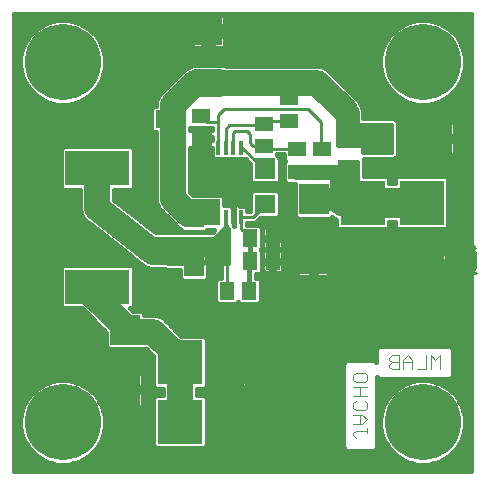
<source format=gbr>
G75*
G70*
%OFA0B0*%
%FSLAX24Y24*%
%IPPOS*%
%LPD*%
%AMOC8*
5,1,8,0,0,1.08239X$1,22.5*
%
%ADD10R,0.1083X0.0886*%
%ADD11C,0.0040*%
%ADD12R,0.0138X0.0472*%
%ADD13R,0.0984X0.1004*%
%ADD14R,0.0512X0.0591*%
%ADD15R,0.0591X0.0512*%
%ADD16R,0.1004X0.0984*%
%ADD17R,0.0945X0.0945*%
%ADD18R,0.2165X0.1181*%
%ADD19R,0.1500X0.1500*%
%ADD20C,0.2540*%
%ADD21R,0.0710X0.0630*%
%ADD22R,0.0669X0.0709*%
%ADD23R,0.1000X0.0500*%
%ADD24R,0.0650X0.0650*%
%ADD25C,0.0860*%
%ADD26C,0.0160*%
%ADD27C,0.0100*%
%ADD28C,0.0500*%
%ADD29C,0.0240*%
%ADD30C,0.0400*%
%ADD31C,0.0278*%
%ADD32C,0.0320*%
%ADD33C,0.0357*%
%ADD34C,0.0760*%
%ADD35C,0.1000*%
D10*
X007151Y012635D03*
D11*
X012211Y007276D02*
X012517Y007276D01*
X012594Y007199D01*
X012594Y007045D01*
X012517Y006969D01*
X012211Y006969D01*
X012134Y007045D01*
X012134Y007199D01*
X012211Y007276D01*
X012134Y006815D02*
X012594Y006815D01*
X012364Y006815D02*
X012364Y006508D01*
X012517Y006355D02*
X012594Y006278D01*
X012594Y006125D01*
X012517Y006048D01*
X012211Y006048D01*
X012134Y006125D01*
X012134Y006278D01*
X012211Y006355D01*
X012134Y006508D02*
X012594Y006508D01*
X012441Y005894D02*
X012134Y005894D01*
X012364Y005894D02*
X012364Y005587D01*
X012441Y005587D02*
X012594Y005741D01*
X012441Y005894D01*
X012441Y005587D02*
X012134Y005587D01*
X012211Y005357D02*
X012594Y005357D01*
X012594Y005281D02*
X012594Y005434D01*
X012211Y005357D02*
X012134Y005281D01*
X012134Y005204D01*
X012211Y005127D01*
X013415Y007401D02*
X013338Y007478D01*
X013338Y007555D01*
X013415Y007632D01*
X013645Y007632D01*
X013798Y007632D02*
X014105Y007632D01*
X014105Y007708D02*
X013952Y007862D01*
X013798Y007708D01*
X013798Y007401D01*
X013645Y007401D02*
X013415Y007401D01*
X013645Y007401D02*
X013645Y007862D01*
X013415Y007862D01*
X013338Y007785D01*
X013338Y007708D01*
X013415Y007632D01*
X014105Y007708D02*
X014105Y007401D01*
X014259Y007401D02*
X014566Y007401D01*
X014566Y007862D01*
X014719Y007862D02*
X014719Y007401D01*
X014872Y007708D02*
X014719Y007862D01*
X014872Y007708D02*
X015026Y007862D01*
X015026Y007401D01*
D12*
X008395Y012478D03*
X008139Y012478D03*
X007883Y012478D03*
X007628Y012478D03*
X007628Y014781D03*
X007883Y014781D03*
X008139Y014781D03*
X008395Y014781D03*
D13*
X010811Y013065D03*
X010811Y011076D03*
X004539Y008706D03*
X004539Y006718D03*
D14*
X007925Y010015D03*
X008673Y010015D03*
X008696Y011000D03*
X009444Y011000D03*
X009444Y011771D03*
X008696Y011771D03*
X005783Y015736D03*
X005035Y015736D03*
D15*
X007074Y015830D03*
X007074Y015082D03*
X009165Y014838D03*
X009165Y015586D03*
X009992Y015689D03*
X009992Y016437D03*
X010252Y014732D03*
X010252Y013984D03*
X011094Y013984D03*
X011094Y014732D03*
D16*
X012943Y015090D03*
X014931Y015090D03*
D17*
X007307Y016937D03*
X007307Y018669D03*
D18*
X003606Y014098D03*
X003606Y010161D03*
D19*
X006354Y007630D03*
X006354Y005661D03*
X008354Y005661D03*
X008354Y007630D03*
X012448Y010960D03*
X012448Y012960D03*
X014417Y012960D03*
X014417Y010960D03*
D20*
X014448Y005630D03*
X014448Y017630D03*
X002448Y017630D03*
X002448Y005630D03*
D21*
X009189Y012912D03*
X009189Y014032D03*
X011944Y014093D03*
X011944Y015213D03*
D22*
X006826Y012468D03*
X006826Y010854D03*
D23*
X009248Y017046D03*
X009248Y018671D03*
D24*
X009189Y014102D03*
D25*
X006925Y012586D02*
X006630Y012586D01*
X006137Y013078D01*
X006137Y016031D01*
X006137Y016228D01*
X006846Y016937D01*
X007307Y016937D01*
X009700Y016937D01*
X009878Y016937D01*
X010941Y016937D01*
X011846Y016031D01*
X006354Y011307D02*
X005468Y011307D01*
X003606Y012775D01*
X003606Y014098D01*
X003606Y010161D02*
X003570Y010126D01*
X003204Y010126D01*
X004580Y008750D01*
X004580Y008748D01*
X004539Y008706D01*
X004580Y008748D02*
X004582Y008748D01*
X004681Y008649D01*
X005468Y008649D01*
X006350Y007767D01*
X006354Y007630D01*
X006354Y005661D01*
D26*
X000828Y004010D02*
X000828Y019250D01*
X016068Y019250D01*
X016068Y004010D01*
X000828Y004010D01*
X000828Y004105D02*
X016068Y004105D01*
X016068Y004264D02*
X014798Y004264D01*
X014634Y004220D02*
X014993Y004316D01*
X015314Y004501D01*
X015577Y004764D01*
X015762Y005085D01*
X015858Y005444D01*
X015858Y005815D01*
X015762Y006174D01*
X015577Y006495D01*
X015314Y006758D01*
X014993Y006943D01*
X014634Y007040D01*
X014263Y007040D01*
X013904Y006943D01*
X013583Y006758D01*
X013320Y006495D01*
X013135Y006174D01*
X013038Y005815D01*
X013038Y005444D01*
X013135Y005085D01*
X013320Y004764D01*
X013583Y004501D01*
X013904Y004316D01*
X014263Y004220D01*
X014634Y004220D01*
X014099Y004264D02*
X002798Y004264D01*
X002634Y004220D02*
X002993Y004316D01*
X003314Y004501D01*
X003577Y004764D01*
X003762Y005085D01*
X003858Y005444D01*
X003858Y005815D01*
X003762Y006174D01*
X003577Y006495D01*
X003314Y006758D01*
X002993Y006943D01*
X002634Y007040D01*
X002263Y007040D01*
X001904Y006943D01*
X001583Y006758D01*
X001320Y006495D01*
X001135Y006174D01*
X001038Y005815D01*
X001038Y005444D01*
X001135Y005085D01*
X001320Y004764D01*
X001583Y004501D01*
X001904Y004316D01*
X002263Y004220D01*
X002634Y004220D01*
X003177Y004422D02*
X013720Y004422D01*
X013503Y004581D02*
X003393Y004581D01*
X003552Y004739D02*
X011829Y004739D01*
X011830Y004736D02*
X011842Y004722D01*
X011855Y004709D01*
X011869Y004697D01*
X011885Y004688D01*
X011902Y004681D01*
X011920Y004677D01*
X011938Y004674D01*
X012790Y004674D01*
X012808Y004677D01*
X012826Y004681D01*
X012842Y004688D01*
X012858Y004697D01*
X012873Y004709D01*
X012886Y004722D01*
X012897Y004736D01*
X012906Y004752D01*
X012913Y004769D01*
X012918Y004787D01*
X012920Y004805D01*
X012920Y007138D01*
X012921Y007137D01*
X012932Y007122D01*
X012945Y007109D01*
X012960Y007098D01*
X012976Y007089D01*
X012993Y007082D01*
X013010Y007077D01*
X013028Y007075D01*
X015331Y007075D01*
X015349Y007077D01*
X015366Y007082D01*
X015383Y007089D01*
X015399Y007098D01*
X015414Y007109D01*
X015427Y007122D01*
X015438Y007137D01*
X015447Y007153D01*
X015454Y007170D01*
X015459Y007187D01*
X015461Y007206D01*
X015461Y008057D01*
X015459Y008076D01*
X015454Y008093D01*
X015447Y008110D01*
X015438Y008126D01*
X015427Y008141D01*
X015414Y008154D01*
X015399Y008165D01*
X015383Y008174D01*
X015366Y008181D01*
X015349Y008186D01*
X015331Y008188D01*
X013028Y008188D01*
X013010Y008186D01*
X012993Y008181D01*
X012976Y008174D01*
X012960Y008165D01*
X012945Y008154D01*
X012932Y008141D01*
X012921Y008126D01*
X012912Y008110D01*
X012905Y008093D01*
X012900Y008076D01*
X012898Y008057D01*
X012898Y007653D01*
X012897Y007654D01*
X012886Y007668D01*
X012873Y007681D01*
X012858Y007692D01*
X012842Y007702D01*
X012826Y007709D01*
X012808Y007713D01*
X012790Y007716D01*
X011938Y007716D01*
X011920Y007713D01*
X011902Y007709D01*
X011885Y007702D01*
X011869Y007692D01*
X011855Y007681D01*
X011842Y007668D01*
X011830Y007654D01*
X011821Y007638D01*
X011814Y007621D01*
X011810Y007603D01*
X011807Y007585D01*
X011807Y004805D01*
X011810Y004787D01*
X011814Y004769D01*
X011821Y004752D01*
X011830Y004736D01*
X011807Y004898D02*
X009184Y004898D01*
X009184Y004895D02*
X009184Y005613D01*
X008402Y005613D01*
X008402Y005709D01*
X009184Y005709D01*
X009184Y006427D01*
X009172Y006456D01*
X009149Y006479D01*
X009120Y006491D01*
X008402Y006491D01*
X008402Y005709D01*
X008306Y005709D01*
X008306Y006491D01*
X007588Y006491D01*
X007559Y006479D01*
X007536Y006456D01*
X007524Y006427D01*
X007524Y005709D01*
X008306Y005709D01*
X008306Y005613D01*
X008402Y005613D01*
X008402Y004831D01*
X009120Y004831D01*
X009149Y004843D01*
X009172Y004866D01*
X009184Y004895D01*
X009184Y005056D02*
X011807Y005056D01*
X011807Y005215D02*
X009184Y005215D01*
X009184Y005373D02*
X011807Y005373D01*
X011807Y005532D02*
X009184Y005532D01*
X009184Y005849D02*
X011807Y005849D01*
X011807Y006007D02*
X009184Y006007D01*
X009184Y006166D02*
X011807Y006166D01*
X011807Y006324D02*
X009184Y006324D01*
X009140Y006483D02*
X011807Y006483D01*
X011807Y006641D02*
X006924Y006641D01*
X006924Y006551D02*
X006924Y006740D01*
X007162Y006740D01*
X007244Y006822D01*
X007244Y008438D01*
X007162Y008520D01*
X006404Y008520D01*
X005951Y008972D01*
X005791Y009132D01*
X005581Y009219D01*
X005171Y009219D01*
X005171Y009266D01*
X005089Y009348D01*
X004788Y009348D01*
X004706Y009430D01*
X004747Y009430D01*
X004829Y009512D01*
X004829Y010810D01*
X004747Y010892D01*
X002465Y010892D01*
X002383Y010810D01*
X002383Y009512D01*
X002465Y009430D01*
X003093Y009430D01*
X003907Y008617D01*
X003907Y008146D01*
X003989Y008064D01*
X005089Y008064D01*
X005104Y008079D01*
X005232Y008079D01*
X005464Y007847D01*
X005464Y006822D01*
X005546Y006740D01*
X005784Y006740D01*
X005784Y006551D01*
X005546Y006551D01*
X005464Y006469D01*
X005464Y004853D01*
X005546Y004771D01*
X007162Y004771D01*
X007244Y004853D01*
X007244Y006469D01*
X007162Y006551D01*
X006924Y006551D01*
X007230Y006483D02*
X007568Y006483D01*
X007524Y006324D02*
X007244Y006324D01*
X007244Y006166D02*
X007524Y006166D01*
X007524Y006007D02*
X007244Y006007D01*
X007244Y005849D02*
X007524Y005849D01*
X007524Y005613D02*
X007524Y004895D01*
X007536Y004866D01*
X007559Y004843D01*
X007588Y004831D01*
X008306Y004831D01*
X008306Y005613D01*
X007524Y005613D01*
X007524Y005532D02*
X007244Y005532D01*
X007244Y005690D02*
X008306Y005690D01*
X008402Y005690D02*
X011807Y005690D01*
X011807Y006800D02*
X009120Y006800D01*
X009149Y006812D01*
X009172Y006834D01*
X009184Y006864D01*
X009184Y007582D01*
X008402Y007582D01*
X008402Y007677D01*
X009184Y007677D01*
X009184Y008395D01*
X009172Y008425D01*
X009149Y008447D01*
X009120Y008460D01*
X008402Y008460D01*
X008402Y007677D01*
X008306Y007677D01*
X008306Y007582D01*
X007524Y007582D01*
X007524Y006864D01*
X007536Y006834D01*
X007559Y006812D01*
X007588Y006800D01*
X007222Y006800D01*
X007244Y006958D02*
X007524Y006958D01*
X007524Y007117D02*
X007244Y007117D01*
X007244Y007275D02*
X007524Y007275D01*
X007524Y007434D02*
X007244Y007434D01*
X007244Y007592D02*
X008306Y007592D01*
X008306Y007582D02*
X008402Y007582D01*
X008402Y006800D01*
X008306Y006800D01*
X008306Y007582D01*
X008306Y007677D02*
X007524Y007677D01*
X007524Y008395D01*
X007536Y008425D01*
X007559Y008447D01*
X007588Y008460D01*
X008306Y008460D01*
X008306Y007677D01*
X008306Y007751D02*
X008402Y007751D01*
X008402Y007909D02*
X008306Y007909D01*
X008306Y008068D02*
X008402Y008068D01*
X008402Y008226D02*
X008306Y008226D01*
X008306Y008385D02*
X008402Y008385D01*
X008402Y007592D02*
X011808Y007592D01*
X011807Y007434D02*
X009184Y007434D01*
X009184Y007275D02*
X011807Y007275D01*
X011807Y007117D02*
X009184Y007117D01*
X009184Y006958D02*
X011807Y006958D01*
X012920Y006958D02*
X013959Y006958D01*
X013655Y006800D02*
X012920Y006800D01*
X012920Y006641D02*
X013466Y006641D01*
X013313Y006483D02*
X012920Y006483D01*
X012920Y006324D02*
X013221Y006324D01*
X013132Y006166D02*
X012920Y006166D01*
X012920Y006007D02*
X013090Y006007D01*
X013047Y005849D02*
X012920Y005849D01*
X012920Y005690D02*
X013038Y005690D01*
X013038Y005532D02*
X012920Y005532D01*
X012920Y005373D02*
X013057Y005373D01*
X013100Y005215D02*
X012920Y005215D01*
X012920Y005056D02*
X013151Y005056D01*
X013243Y004898D02*
X012920Y004898D01*
X012899Y004739D02*
X013345Y004739D01*
X015177Y004422D02*
X016068Y004422D01*
X016068Y004581D02*
X015393Y004581D01*
X015552Y004739D02*
X016068Y004739D01*
X016068Y004898D02*
X015654Y004898D01*
X015745Y005056D02*
X016068Y005056D01*
X016068Y005215D02*
X015797Y005215D01*
X015839Y005373D02*
X016068Y005373D01*
X016068Y005532D02*
X015858Y005532D01*
X015858Y005690D02*
X016068Y005690D01*
X016068Y005849D02*
X015849Y005849D01*
X015807Y006007D02*
X016068Y006007D01*
X016068Y006166D02*
X015765Y006166D01*
X015676Y006324D02*
X016068Y006324D01*
X016068Y006483D02*
X015584Y006483D01*
X015431Y006641D02*
X016068Y006641D01*
X016068Y006800D02*
X015242Y006800D01*
X015421Y007117D02*
X016068Y007117D01*
X016068Y007275D02*
X015461Y007275D01*
X015461Y007434D02*
X016068Y007434D01*
X016068Y007592D02*
X015461Y007592D01*
X015461Y007751D02*
X016068Y007751D01*
X016068Y007909D02*
X015461Y007909D01*
X015460Y008068D02*
X016068Y008068D01*
X016068Y008226D02*
X009184Y008226D01*
X009184Y008068D02*
X012899Y008068D01*
X012898Y007909D02*
X009184Y007909D01*
X009184Y007751D02*
X012898Y007751D01*
X012920Y007117D02*
X012938Y007117D01*
X014938Y006958D02*
X016068Y006958D01*
X016068Y008385D02*
X009184Y008385D01*
X008402Y007434D02*
X008306Y007434D01*
X008306Y007275D02*
X008402Y007275D01*
X008402Y007117D02*
X008306Y007117D01*
X008306Y006958D02*
X008402Y006958D01*
X008402Y006800D02*
X009120Y006800D01*
X008402Y006483D02*
X008306Y006483D01*
X008306Y006324D02*
X008402Y006324D01*
X008402Y006166D02*
X008306Y006166D01*
X008306Y006007D02*
X008402Y006007D01*
X008402Y005849D02*
X008306Y005849D01*
X008306Y005532D02*
X008402Y005532D01*
X008402Y005373D02*
X008306Y005373D01*
X008306Y005215D02*
X008402Y005215D01*
X008402Y005056D02*
X008306Y005056D01*
X008306Y004898D02*
X008402Y004898D01*
X007524Y004898D02*
X007244Y004898D01*
X007244Y005056D02*
X007524Y005056D01*
X007524Y005215D02*
X007244Y005215D01*
X007244Y005373D02*
X007524Y005373D01*
X007588Y006800D02*
X008306Y006800D01*
X007524Y007751D02*
X007244Y007751D01*
X007244Y007909D02*
X007524Y007909D01*
X007524Y008068D02*
X007244Y008068D01*
X007244Y008226D02*
X007524Y008226D01*
X007524Y008385D02*
X007244Y008385D01*
X006380Y008543D02*
X016068Y008543D01*
X016068Y008702D02*
X006222Y008702D01*
X006063Y008860D02*
X016068Y008860D01*
X016068Y009019D02*
X005905Y009019D01*
X005683Y009177D02*
X016068Y009177D01*
X016068Y009336D02*
X005102Y009336D01*
X004810Y009494D02*
X016068Y009494D01*
X016068Y009653D02*
X009059Y009653D01*
X009069Y009662D02*
X009069Y010369D01*
X008987Y010451D01*
X008893Y010451D01*
X008893Y010564D01*
X009010Y010564D01*
X009092Y010646D01*
X009092Y011353D01*
X009060Y011385D01*
X009092Y011418D01*
X009092Y012125D01*
X009010Y012207D01*
X008604Y012207D01*
X008604Y012288D01*
X008864Y012288D01*
X009033Y012457D01*
X009601Y012457D01*
X009684Y012539D01*
X009684Y013285D01*
X009601Y013367D01*
X008776Y013367D01*
X008694Y013285D01*
X008694Y012668D01*
X008604Y012668D01*
X008604Y012772D01*
X008522Y012854D01*
X008375Y012854D01*
X008375Y013120D01*
X008246Y013249D01*
X008064Y013249D01*
X007935Y013120D01*
X007935Y012875D01*
X007833Y012875D01*
X007833Y013136D01*
X007751Y013218D01*
X006804Y013218D01*
X006707Y013314D01*
X006707Y014791D01*
X006711Y014781D01*
X006734Y014759D01*
X006763Y014746D01*
X007026Y014746D01*
X007026Y015034D01*
X007122Y015034D01*
X007122Y014746D01*
X007386Y014746D01*
X007415Y014759D01*
X007419Y014762D01*
X007419Y014487D01*
X007501Y014405D01*
X007754Y014405D01*
X007756Y014406D01*
X007757Y014405D01*
X008010Y014405D01*
X008011Y014406D01*
X008012Y014405D01*
X008266Y014405D01*
X008267Y014406D01*
X008268Y014405D01*
X008522Y014405D01*
X008535Y014417D01*
X008694Y014258D01*
X008694Y013659D01*
X008776Y013577D01*
X009601Y013577D01*
X009684Y013659D01*
X009684Y014405D01*
X009654Y014435D01*
X009654Y014485D01*
X009600Y014538D01*
X009600Y014562D01*
X009816Y014562D01*
X009816Y014418D01*
X009876Y014358D01*
X009816Y014298D01*
X009816Y013670D01*
X009898Y013588D01*
X010179Y013588D01*
X010179Y012505D01*
X010261Y012423D01*
X011361Y012423D01*
X011413Y012475D01*
X011446Y012440D01*
X011453Y012437D01*
X011458Y012431D01*
X011558Y012390D01*
X011558Y012152D01*
X011640Y012070D01*
X013256Y012070D01*
X013338Y012152D01*
X013338Y012320D01*
X013527Y012320D01*
X013527Y012152D01*
X013609Y012070D01*
X015225Y012070D01*
X015307Y012152D01*
X015307Y013768D01*
X015225Y013850D01*
X013609Y013850D01*
X013527Y013768D01*
X013527Y013600D01*
X013338Y013600D01*
X013338Y013768D01*
X013256Y013850D01*
X012479Y013850D01*
X012479Y014414D01*
X013500Y014414D01*
X013611Y014525D01*
X013611Y015667D01*
X013500Y015778D01*
X012464Y015778D01*
X012464Y016036D01*
X012385Y016227D01*
X012379Y016233D01*
X012329Y016354D01*
X011263Y017420D01*
X011054Y017507D01*
X007880Y017507D01*
X007837Y017549D01*
X006776Y017549D01*
X006734Y017507D01*
X006733Y017507D01*
X006523Y017420D01*
X005815Y016711D01*
X005654Y016551D01*
X005567Y016341D01*
X005567Y016171D01*
X005469Y016171D01*
X005387Y016089D01*
X005387Y015383D01*
X005469Y015301D01*
X005567Y015301D01*
X005567Y012965D01*
X005654Y012755D01*
X006146Y012263D01*
X006307Y012103D01*
X006352Y012084D01*
X006352Y012056D01*
X006434Y011974D01*
X007219Y011974D01*
X007298Y012053D01*
X007500Y012053D01*
X007473Y012025D01*
X007473Y011969D01*
X005549Y011969D01*
X004176Y013052D01*
X004176Y013367D01*
X004747Y013367D01*
X004829Y013449D01*
X004829Y014747D01*
X004747Y014829D01*
X002465Y014829D01*
X002383Y014747D01*
X002383Y013449D01*
X002465Y013367D01*
X003036Y013367D01*
X003036Y012854D01*
X003027Y012821D01*
X003036Y012742D01*
X003036Y012662D01*
X003049Y012630D01*
X003053Y012596D01*
X003092Y012526D01*
X003123Y012452D01*
X003147Y012428D01*
X003164Y012398D01*
X003227Y012348D01*
X003283Y012292D01*
X003315Y012279D01*
X005089Y010880D01*
X005145Y010823D01*
X005177Y010810D01*
X005204Y010789D01*
X005281Y010767D01*
X005355Y010737D01*
X005389Y010737D01*
X005422Y010727D01*
X005502Y010737D01*
X005848Y010737D01*
X005862Y010723D01*
X006352Y010723D01*
X006352Y010442D01*
X006434Y010360D01*
X007219Y010360D01*
X007301Y010442D01*
X007301Y010821D01*
X007594Y010821D01*
X007705Y010933D01*
X007719Y010946D01*
X007719Y010834D01*
X007735Y010819D01*
X007735Y010451D01*
X007611Y010451D01*
X007529Y010369D01*
X007529Y009662D01*
X007611Y009580D01*
X008239Y009580D01*
X008299Y009640D01*
X008359Y009580D01*
X008987Y009580D01*
X009069Y009662D01*
X009069Y009811D02*
X016068Y009811D01*
X016068Y009970D02*
X009069Y009970D01*
X009069Y010128D02*
X016068Y010128D01*
X016068Y010287D02*
X015247Y010287D01*
X015247Y010194D02*
X015247Y010912D01*
X014465Y010912D01*
X014465Y010130D01*
X015183Y010130D01*
X015212Y010142D01*
X015235Y010165D01*
X015247Y010194D01*
X015247Y010445D02*
X016068Y010445D01*
X016068Y010604D02*
X015247Y010604D01*
X015247Y010762D02*
X016068Y010762D01*
X016068Y010921D02*
X014465Y010921D01*
X014465Y010912D02*
X014465Y011008D01*
X015247Y011008D01*
X015247Y011726D01*
X015235Y011756D01*
X015212Y011778D01*
X015183Y011790D01*
X014465Y011790D01*
X014465Y011008D01*
X014369Y011008D01*
X014369Y010912D01*
X014465Y010912D01*
X014369Y010912D02*
X014369Y010130D01*
X013651Y010130D01*
X013622Y010142D01*
X013599Y010165D01*
X013587Y010194D01*
X013587Y010912D01*
X014369Y010912D01*
X014369Y010921D02*
X012496Y010921D01*
X012496Y010912D02*
X012496Y011008D01*
X012400Y011008D01*
X012400Y010912D01*
X011618Y010912D01*
X011618Y010194D01*
X011631Y010165D01*
X011653Y010142D01*
X011683Y010130D01*
X012400Y010130D01*
X012400Y010912D01*
X012496Y010912D01*
X012496Y010130D01*
X013214Y010130D01*
X013244Y010142D01*
X013266Y010165D01*
X013278Y010194D01*
X013278Y010912D01*
X012496Y010912D01*
X012400Y010921D02*
X011383Y010921D01*
X011383Y010996D02*
X011383Y010558D01*
X011371Y010529D01*
X011348Y010507D01*
X011319Y010494D01*
X010891Y010494D01*
X010891Y010996D01*
X010891Y011156D01*
X011383Y011156D01*
X011383Y011594D01*
X011371Y011624D01*
X011348Y011646D01*
X011319Y011658D01*
X010891Y011658D01*
X010891Y011156D01*
X010731Y011156D01*
X010731Y010996D01*
X010891Y010996D01*
X011383Y010996D01*
X011383Y010762D02*
X011618Y010762D01*
X011618Y010604D02*
X011383Y010604D01*
X011618Y010445D02*
X008992Y010445D01*
X009050Y010604D02*
X010239Y010604D01*
X010239Y010558D02*
X010251Y010529D01*
X010273Y010507D01*
X010303Y010494D01*
X010731Y010494D01*
X010731Y010996D01*
X010239Y010996D01*
X010239Y010558D01*
X010239Y010762D02*
X009780Y010762D01*
X009780Y010688D02*
X009780Y010952D01*
X009492Y010952D01*
X009492Y010624D01*
X009716Y010624D01*
X009746Y010637D01*
X009768Y010659D01*
X009780Y010688D01*
X009780Y010921D02*
X010239Y010921D01*
X010239Y011156D02*
X010239Y011594D01*
X010251Y011624D01*
X010273Y011646D01*
X010303Y011658D01*
X010731Y011658D01*
X010731Y011156D01*
X010239Y011156D01*
X010239Y011238D02*
X009780Y011238D01*
X009780Y011311D02*
X009768Y011340D01*
X009746Y011363D01*
X009716Y011375D01*
X009492Y011375D01*
X009492Y011048D01*
X009397Y011048D01*
X009397Y011375D01*
X009173Y011375D01*
X009143Y011363D01*
X009121Y011340D01*
X009109Y011311D01*
X009109Y011048D01*
X009397Y011048D01*
X009397Y010952D01*
X009492Y010952D01*
X009492Y011048D01*
X009780Y011048D01*
X009780Y011311D01*
X009746Y011408D02*
X009768Y011431D01*
X009780Y011460D01*
X009780Y011723D01*
X009492Y011723D01*
X009492Y011396D01*
X009716Y011396D01*
X009746Y011408D01*
X009716Y011396D02*
X010239Y011396D01*
X010239Y011555D02*
X009780Y011555D01*
X009780Y011713D02*
X011618Y011713D01*
X011618Y011726D02*
X011618Y011008D01*
X012400Y011008D01*
X012400Y011790D01*
X011683Y011790D01*
X011653Y011778D01*
X011631Y011756D01*
X011618Y011726D01*
X011618Y011555D02*
X011383Y011555D01*
X011383Y011396D02*
X011618Y011396D01*
X011618Y011238D02*
X011383Y011238D01*
X011618Y011079D02*
X010891Y011079D01*
X010891Y010921D02*
X010731Y010921D01*
X010731Y011079D02*
X009780Y011079D01*
X009492Y011079D02*
X009397Y011079D01*
X009397Y010952D02*
X009109Y010952D01*
X009109Y010688D01*
X009121Y010659D01*
X009143Y010637D01*
X009173Y010624D01*
X009397Y010624D01*
X009397Y010952D01*
X009397Y010921D02*
X009492Y010921D01*
X009492Y010762D02*
X009397Y010762D01*
X009109Y010762D02*
X009092Y010762D01*
X009092Y010921D02*
X009109Y010921D01*
X009092Y011079D02*
X009109Y011079D01*
X009092Y011238D02*
X009109Y011238D01*
X009070Y011396D02*
X009173Y011396D01*
X009397Y011396D01*
X009397Y011723D01*
X009492Y011723D01*
X009492Y011819D01*
X009397Y011819D01*
X009397Y012147D01*
X009173Y012147D01*
X009143Y012134D01*
X009121Y012112D01*
X009109Y012082D01*
X009109Y011819D01*
X009397Y011819D01*
X009397Y011723D01*
X009109Y011723D01*
X009109Y011460D01*
X009121Y011431D01*
X009143Y011408D01*
X009173Y011396D01*
X009109Y011555D02*
X009092Y011555D01*
X009092Y011713D02*
X009109Y011713D01*
X009092Y011872D02*
X009109Y011872D01*
X009092Y012030D02*
X009109Y012030D01*
X009028Y012189D02*
X011558Y012189D01*
X011558Y012347D02*
X008923Y012347D01*
X008694Y012823D02*
X008554Y012823D01*
X008694Y012981D02*
X008375Y012981D01*
X008356Y013140D02*
X008694Y013140D01*
X008707Y013298D02*
X006724Y013298D01*
X006707Y013457D02*
X010179Y013457D01*
X010179Y013298D02*
X009671Y013298D01*
X009684Y013140D02*
X010179Y013140D01*
X010179Y012981D02*
X009684Y012981D01*
X009684Y012823D02*
X010179Y012823D01*
X010179Y012664D02*
X009684Y012664D01*
X009650Y012506D02*
X010179Y012506D01*
X009768Y012112D02*
X009746Y012134D01*
X009716Y012147D01*
X009492Y012147D01*
X009492Y011819D01*
X009780Y011819D01*
X009780Y012082D01*
X009768Y012112D01*
X009780Y012030D02*
X016068Y012030D01*
X016068Y011872D02*
X009780Y011872D01*
X009492Y011872D02*
X009397Y011872D01*
X009397Y012030D02*
X009492Y012030D01*
X009492Y011713D02*
X009397Y011713D01*
X009397Y011555D02*
X009492Y011555D01*
X009492Y011396D02*
X009397Y011396D01*
X009397Y011238D02*
X009492Y011238D01*
X008696Y011000D02*
X008673Y010976D01*
X008673Y010015D01*
X009069Y010287D02*
X011618Y010287D01*
X012400Y010287D02*
X012496Y010287D01*
X012496Y010445D02*
X012400Y010445D01*
X012400Y010604D02*
X012496Y010604D01*
X012496Y010762D02*
X012400Y010762D01*
X012496Y011008D02*
X013278Y011008D01*
X013278Y011726D01*
X013266Y011756D01*
X013244Y011778D01*
X013214Y011790D01*
X012496Y011790D01*
X012496Y011008D01*
X012496Y011079D02*
X012400Y011079D01*
X012400Y011238D02*
X012496Y011238D01*
X012496Y011396D02*
X012400Y011396D01*
X012400Y011555D02*
X012496Y011555D01*
X012496Y011713D02*
X012400Y011713D01*
X013278Y011713D02*
X013587Y011713D01*
X013587Y011726D02*
X013587Y011008D01*
X014369Y011008D01*
X014369Y011790D01*
X013651Y011790D01*
X013622Y011778D01*
X013599Y011756D01*
X013587Y011726D01*
X013587Y011555D02*
X013278Y011555D01*
X013278Y011396D02*
X013587Y011396D01*
X013587Y011238D02*
X013278Y011238D01*
X013278Y011079D02*
X013587Y011079D01*
X013587Y010762D02*
X013278Y010762D01*
X013278Y010604D02*
X013587Y010604D01*
X013587Y010445D02*
X013278Y010445D01*
X013278Y010287D02*
X013587Y010287D01*
X014369Y010287D02*
X014465Y010287D01*
X014465Y010445D02*
X014369Y010445D01*
X014369Y010604D02*
X014465Y010604D01*
X014465Y010762D02*
X014369Y010762D01*
X014369Y011079D02*
X014465Y011079D01*
X014465Y011238D02*
X014369Y011238D01*
X014369Y011396D02*
X014465Y011396D01*
X014465Y011555D02*
X014369Y011555D01*
X014369Y011713D02*
X014465Y011713D01*
X015247Y011713D02*
X016068Y011713D01*
X016068Y011555D02*
X015247Y011555D01*
X015247Y011396D02*
X016068Y011396D01*
X016068Y011238D02*
X015247Y011238D01*
X015247Y011079D02*
X016068Y011079D01*
X016068Y012189D02*
X015307Y012189D01*
X015307Y012347D02*
X016068Y012347D01*
X016068Y012506D02*
X015307Y012506D01*
X015307Y012664D02*
X016068Y012664D01*
X016068Y012823D02*
X015307Y012823D01*
X015307Y012981D02*
X016068Y012981D01*
X016068Y013140D02*
X015307Y013140D01*
X015307Y013298D02*
X016068Y013298D01*
X016068Y013457D02*
X015307Y013457D01*
X015307Y013615D02*
X016068Y013615D01*
X016068Y013774D02*
X015302Y013774D01*
X015449Y014518D02*
X015011Y014518D01*
X015011Y015010D01*
X015011Y015170D01*
X015513Y015170D01*
X015513Y015598D01*
X015500Y015628D01*
X015478Y015650D01*
X015449Y015662D01*
X015011Y015662D01*
X015011Y015170D01*
X014851Y015170D01*
X014851Y015662D01*
X014413Y015662D01*
X014383Y015650D01*
X014361Y015628D01*
X014349Y015598D01*
X014349Y015170D01*
X014851Y015170D01*
X014851Y015010D01*
X015011Y015010D01*
X015513Y015010D01*
X015513Y014582D01*
X015500Y014553D01*
X015478Y014530D01*
X015449Y014518D01*
X015506Y014566D02*
X016068Y014566D01*
X016068Y014408D02*
X012479Y014408D01*
X012479Y014249D02*
X016068Y014249D01*
X016068Y014091D02*
X012479Y014091D01*
X012479Y013932D02*
X016068Y013932D01*
X016068Y014725D02*
X015513Y014725D01*
X015513Y014883D02*
X016068Y014883D01*
X016068Y015042D02*
X015011Y015042D01*
X015011Y015200D02*
X014851Y015200D01*
X014851Y015042D02*
X013611Y015042D01*
X013611Y015200D02*
X014349Y015200D01*
X014349Y015359D02*
X013611Y015359D01*
X013611Y015517D02*
X014349Y015517D01*
X014349Y015010D02*
X014349Y014582D01*
X014361Y014553D01*
X014383Y014530D01*
X014413Y014518D01*
X014851Y014518D01*
X014851Y015010D01*
X014349Y015010D01*
X014349Y014883D02*
X013611Y014883D01*
X013611Y014725D02*
X014349Y014725D01*
X014355Y014566D02*
X013611Y014566D01*
X013532Y013774D02*
X013333Y013774D01*
X013338Y013615D02*
X013527Y013615D01*
X013527Y012189D02*
X013338Y012189D01*
X014851Y014566D02*
X015011Y014566D01*
X015011Y014725D02*
X014851Y014725D01*
X014851Y014883D02*
X015011Y014883D01*
X015011Y015359D02*
X014851Y015359D01*
X014851Y015517D02*
X015011Y015517D01*
X015513Y015517D02*
X016068Y015517D01*
X016068Y015359D02*
X015513Y015359D01*
X015513Y015200D02*
X016068Y015200D01*
X016068Y015676D02*
X013602Y015676D01*
X013904Y016316D02*
X014263Y016220D01*
X014634Y016220D01*
X014993Y016316D01*
X015314Y016501D01*
X015577Y016764D01*
X015762Y017085D01*
X015858Y017444D01*
X015858Y017815D01*
X015762Y018174D01*
X015577Y018495D01*
X015314Y018758D01*
X014993Y018943D01*
X014634Y019040D01*
X014263Y019040D01*
X013904Y018943D01*
X013583Y018758D01*
X013320Y018495D01*
X013135Y018174D01*
X013038Y017815D01*
X013038Y017444D01*
X013135Y017085D01*
X013320Y016764D01*
X013583Y016501D01*
X013904Y016316D01*
X013927Y016310D02*
X012348Y016310D01*
X012417Y016151D02*
X016068Y016151D01*
X016068Y015993D02*
X012464Y015993D01*
X012464Y015834D02*
X016068Y015834D01*
X016068Y016310D02*
X014970Y016310D01*
X015257Y016468D02*
X016068Y016468D01*
X016068Y016627D02*
X015439Y016627D01*
X015589Y016785D02*
X016068Y016785D01*
X016068Y016944D02*
X015681Y016944D01*
X015767Y017102D02*
X016068Y017102D01*
X016068Y017261D02*
X015809Y017261D01*
X015852Y017419D02*
X016068Y017419D01*
X016068Y017578D02*
X015858Y017578D01*
X015858Y017736D02*
X016068Y017736D01*
X016068Y017895D02*
X015837Y017895D01*
X015795Y018053D02*
X016068Y018053D01*
X016068Y018212D02*
X015741Y018212D01*
X015649Y018370D02*
X016068Y018370D01*
X016068Y018529D02*
X015543Y018529D01*
X015385Y018687D02*
X016068Y018687D01*
X016068Y018846D02*
X015162Y018846D01*
X014766Y019004D02*
X016068Y019004D01*
X016068Y019163D02*
X007857Y019163D01*
X007859Y019157D02*
X007847Y019187D01*
X007824Y019209D01*
X007795Y019221D01*
X007387Y019221D01*
X007387Y018749D01*
X007859Y018749D01*
X007859Y019157D01*
X007859Y019004D02*
X014130Y019004D01*
X013735Y018846D02*
X009828Y018846D01*
X009828Y018937D02*
X009815Y018966D01*
X009793Y018989D01*
X009764Y019001D01*
X009293Y019001D01*
X009293Y018716D01*
X009828Y018716D01*
X009828Y018937D01*
X009828Y018626D02*
X009293Y018626D01*
X009293Y018716D01*
X009203Y018716D01*
X009203Y019001D01*
X008732Y019001D01*
X008702Y018989D01*
X008680Y018966D01*
X008668Y018937D01*
X008668Y018716D01*
X009203Y018716D01*
X009203Y018626D01*
X009293Y018626D01*
X009293Y018341D01*
X009764Y018341D01*
X009793Y018353D01*
X009815Y018376D01*
X009828Y018405D01*
X009828Y018626D01*
X009828Y018529D02*
X013353Y018529D01*
X013248Y018370D02*
X009810Y018370D01*
X009293Y018370D02*
X009203Y018370D01*
X009203Y018341D02*
X008732Y018341D01*
X008702Y018353D01*
X008680Y018376D01*
X008668Y018405D01*
X008668Y018626D01*
X009203Y018626D01*
X009203Y018341D01*
X009203Y018529D02*
X009293Y018529D01*
X009293Y018687D02*
X013512Y018687D01*
X013156Y018212D02*
X007859Y018212D01*
X007859Y018181D02*
X007859Y018589D01*
X007387Y018589D01*
X007387Y018749D01*
X007227Y018749D01*
X007227Y019221D01*
X006818Y019221D01*
X006789Y019209D01*
X006766Y019187D01*
X006754Y019157D01*
X006754Y018749D01*
X007227Y018749D01*
X007227Y018589D01*
X007387Y018589D01*
X007387Y018116D01*
X007795Y018116D01*
X007824Y018129D01*
X007847Y018151D01*
X007859Y018181D01*
X007859Y018370D02*
X008685Y018370D01*
X008668Y018529D02*
X007859Y018529D01*
X007859Y018846D02*
X008668Y018846D01*
X009203Y018846D02*
X009293Y018846D01*
X009203Y018687D02*
X007387Y018687D01*
X007387Y018529D02*
X007227Y018529D01*
X007227Y018589D02*
X007227Y018116D01*
X006818Y018116D01*
X006789Y018129D01*
X006766Y018151D01*
X006754Y018181D01*
X006754Y018589D01*
X007227Y018589D01*
X007227Y018687D02*
X003385Y018687D01*
X003314Y018758D02*
X002993Y018943D01*
X002634Y019040D01*
X002263Y019040D01*
X001904Y018943D01*
X001583Y018758D01*
X001320Y018495D01*
X001135Y018174D01*
X001038Y017815D01*
X001038Y017444D01*
X001135Y017085D01*
X001320Y016764D01*
X001583Y016501D01*
X001904Y016316D01*
X002263Y016220D01*
X002634Y016220D01*
X002993Y016316D01*
X003314Y016501D01*
X003577Y016764D01*
X003762Y017085D01*
X003858Y017444D01*
X003858Y017815D01*
X003762Y018174D01*
X003577Y018495D01*
X003314Y018758D01*
X003162Y018846D02*
X006754Y018846D01*
X006754Y019004D02*
X002766Y019004D01*
X002130Y019004D02*
X000828Y019004D01*
X000828Y018846D02*
X001735Y018846D01*
X001512Y018687D02*
X000828Y018687D01*
X000828Y018529D02*
X001353Y018529D01*
X001248Y018370D02*
X000828Y018370D01*
X000828Y018212D02*
X001156Y018212D01*
X001102Y018053D02*
X000828Y018053D01*
X000828Y017895D02*
X001060Y017895D01*
X001038Y017736D02*
X000828Y017736D01*
X000828Y017578D02*
X001038Y017578D01*
X001045Y017419D02*
X000828Y017419D01*
X000828Y017261D02*
X001088Y017261D01*
X001130Y017102D02*
X000828Y017102D01*
X000828Y016944D02*
X001216Y016944D01*
X001308Y016785D02*
X000828Y016785D01*
X000828Y016627D02*
X001457Y016627D01*
X001640Y016468D02*
X000828Y016468D01*
X000828Y016310D02*
X001927Y016310D01*
X002970Y016310D02*
X005567Y016310D01*
X005620Y016468D02*
X003257Y016468D01*
X003439Y016627D02*
X005730Y016627D01*
X005888Y016785D02*
X003589Y016785D01*
X003681Y016944D02*
X006047Y016944D01*
X006205Y017102D02*
X003767Y017102D01*
X003809Y017261D02*
X006364Y017261D01*
X006522Y017419D02*
X003852Y017419D01*
X003858Y017578D02*
X013038Y017578D01*
X013038Y017736D02*
X003858Y017736D01*
X003837Y017895D02*
X013060Y017895D01*
X013102Y018053D02*
X003795Y018053D01*
X003741Y018212D02*
X006754Y018212D01*
X006754Y018370D02*
X003649Y018370D01*
X003543Y018529D02*
X006754Y018529D01*
X007227Y018370D02*
X007387Y018370D01*
X007387Y018212D02*
X007227Y018212D01*
X007227Y018846D02*
X007387Y018846D01*
X007387Y019004D02*
X007227Y019004D01*
X007227Y019163D02*
X007387Y019163D01*
X006756Y019163D02*
X000828Y019163D01*
X000828Y016151D02*
X005449Y016151D01*
X005359Y016076D02*
X005336Y016099D01*
X005307Y016111D01*
X005083Y016111D01*
X005083Y015784D01*
X004987Y015784D01*
X004987Y016111D01*
X004763Y016111D01*
X004734Y016099D01*
X004711Y016076D01*
X004699Y016047D01*
X004699Y015784D01*
X004987Y015784D01*
X004987Y015688D01*
X004699Y015688D01*
X004699Y015425D01*
X004711Y015395D01*
X004734Y015373D01*
X004763Y015361D01*
X004987Y015361D01*
X004987Y015688D01*
X005083Y015688D01*
X005083Y015784D01*
X005371Y015784D01*
X005371Y016047D01*
X005359Y016076D01*
X005371Y015993D02*
X005387Y015993D01*
X005371Y015834D02*
X005387Y015834D01*
X005371Y015688D02*
X005083Y015688D01*
X005083Y015361D01*
X005307Y015361D01*
X005336Y015373D01*
X005359Y015395D01*
X005371Y015425D01*
X005371Y015688D01*
X005371Y015676D02*
X005387Y015676D01*
X005371Y015517D02*
X005387Y015517D01*
X005411Y015359D02*
X000828Y015359D01*
X000828Y015517D02*
X004699Y015517D01*
X004699Y015676D02*
X000828Y015676D01*
X000828Y015834D02*
X004699Y015834D01*
X004699Y015993D02*
X000828Y015993D01*
X000828Y015200D02*
X005567Y015200D01*
X005567Y015042D02*
X000828Y015042D01*
X000828Y014883D02*
X005567Y014883D01*
X005567Y014725D02*
X004829Y014725D01*
X004829Y014566D02*
X005567Y014566D01*
X005567Y014408D02*
X004829Y014408D01*
X004829Y014249D02*
X005567Y014249D01*
X005567Y014091D02*
X004829Y014091D01*
X004829Y013932D02*
X005567Y013932D01*
X005567Y013774D02*
X004829Y013774D01*
X004829Y013615D02*
X005567Y013615D01*
X005567Y013457D02*
X004829Y013457D01*
X004265Y012981D02*
X005567Y012981D01*
X005567Y013140D02*
X004176Y013140D01*
X004176Y013298D02*
X005567Y013298D01*
X005626Y012823D02*
X004466Y012823D01*
X004667Y012664D02*
X005746Y012664D01*
X005904Y012506D02*
X004868Y012506D01*
X005069Y012347D02*
X006063Y012347D01*
X006221Y012189D02*
X005270Y012189D01*
X005471Y012030D02*
X006377Y012030D01*
X007275Y012030D02*
X007478Y012030D01*
X008155Y012193D02*
X008155Y013029D01*
X007935Y012981D02*
X007833Y012981D01*
X007829Y013140D02*
X007954Y013140D01*
X008155Y012783D02*
X008139Y012767D01*
X008139Y012478D01*
X008139Y013439D01*
X008106Y013472D01*
X008106Y013866D02*
X008007Y013866D01*
X007614Y013866D01*
X007368Y013866D01*
X007171Y014063D01*
X007171Y014998D01*
X007171Y015047D01*
X007122Y015096D01*
X007122Y014309D01*
X007368Y014063D01*
X007498Y014408D02*
X006707Y014408D01*
X006707Y014566D02*
X007419Y014566D01*
X007419Y014725D02*
X006707Y014725D01*
X006876Y014998D02*
X007171Y014998D01*
X007072Y015096D01*
X007026Y015130D02*
X007026Y015418D01*
X006763Y015418D01*
X006734Y015406D01*
X006711Y015384D01*
X006707Y015374D01*
X006707Y015448D01*
X006721Y015434D01*
X007428Y015434D01*
X007438Y015444D01*
X007438Y015383D01*
X007438Y015384D01*
X007415Y015406D01*
X007386Y015418D01*
X007122Y015418D01*
X007122Y015130D01*
X007026Y015130D01*
X007026Y015200D02*
X007122Y015200D01*
X007122Y015130D02*
X007438Y015130D01*
X007438Y015094D01*
X007419Y015075D01*
X007419Y015034D01*
X007122Y015034D01*
X007122Y015130D01*
X007122Y015042D02*
X007419Y015042D01*
X007122Y014883D02*
X007026Y014883D01*
X007026Y015359D02*
X007122Y015359D01*
X006707Y014249D02*
X008694Y014249D01*
X008694Y014091D02*
X006707Y014091D01*
X006707Y013932D02*
X008694Y013932D01*
X008694Y013774D02*
X006707Y013774D01*
X006707Y013615D02*
X008738Y013615D01*
X009189Y012980D02*
X009189Y012912D01*
X009640Y013615D02*
X009871Y013615D01*
X009816Y013774D02*
X009684Y013774D01*
X009684Y013932D02*
X009816Y013932D01*
X009816Y014091D02*
X009684Y014091D01*
X009684Y014249D02*
X009816Y014249D01*
X009827Y014408D02*
X009681Y014408D01*
X008544Y014408D02*
X008525Y014408D01*
X008696Y011799D02*
X008696Y011771D01*
X008696Y011000D01*
X007719Y010921D02*
X007693Y010921D01*
X007735Y010762D02*
X007301Y010762D01*
X007301Y010604D02*
X007735Y010604D01*
X007605Y010445D02*
X007301Y010445D01*
X007529Y010287D02*
X004829Y010287D01*
X004829Y010445D02*
X006352Y010445D01*
X006352Y010604D02*
X004829Y010604D01*
X004829Y010762D02*
X005294Y010762D01*
X005037Y010921D02*
X000828Y010921D01*
X000828Y011079D02*
X004836Y011079D01*
X004635Y011238D02*
X000828Y011238D01*
X000828Y011396D02*
X004434Y011396D01*
X004233Y011555D02*
X000828Y011555D01*
X000828Y011713D02*
X004032Y011713D01*
X003831Y011872D02*
X000828Y011872D01*
X000828Y012030D02*
X003630Y012030D01*
X003429Y012189D02*
X000828Y012189D01*
X000828Y012347D02*
X003228Y012347D01*
X003101Y012506D02*
X000828Y012506D01*
X000828Y012664D02*
X003036Y012664D01*
X003027Y012823D02*
X000828Y012823D01*
X000828Y012981D02*
X003036Y012981D01*
X003036Y013140D02*
X000828Y013140D01*
X000828Y013298D02*
X003036Y013298D01*
X002383Y013457D02*
X000828Y013457D01*
X000828Y013615D02*
X002383Y013615D01*
X002383Y013774D02*
X000828Y013774D01*
X000828Y013932D02*
X002383Y013932D01*
X002383Y014091D02*
X000828Y014091D01*
X000828Y014249D02*
X002383Y014249D01*
X002383Y014408D02*
X000828Y014408D01*
X000828Y014566D02*
X002383Y014566D01*
X002383Y014725D02*
X000828Y014725D01*
X000828Y010762D02*
X002383Y010762D01*
X002383Y010604D02*
X000828Y010604D01*
X000828Y010445D02*
X002383Y010445D01*
X002383Y010287D02*
X000828Y010287D01*
X000828Y010128D02*
X002383Y010128D01*
X002383Y009970D02*
X000828Y009970D01*
X000828Y009811D02*
X002383Y009811D01*
X002383Y009653D02*
X000828Y009653D01*
X000828Y009494D02*
X002402Y009494D01*
X003188Y009336D02*
X000828Y009336D01*
X000828Y009177D02*
X003347Y009177D01*
X003505Y009019D02*
X000828Y009019D01*
X000828Y008860D02*
X003664Y008860D01*
X003822Y008702D02*
X000828Y008702D01*
X000828Y008543D02*
X003907Y008543D01*
X003907Y008385D02*
X000828Y008385D01*
X000828Y008226D02*
X003907Y008226D01*
X003986Y008068D02*
X000828Y008068D01*
X000828Y007909D02*
X005402Y007909D01*
X005464Y007751D02*
X000828Y007751D01*
X000828Y007592D02*
X005464Y007592D01*
X005464Y007434D02*
X000828Y007434D01*
X000828Y007275D02*
X003989Y007275D01*
X003979Y007265D02*
X003967Y007236D01*
X003967Y006798D01*
X004459Y006798D01*
X004459Y006638D01*
X004619Y006638D01*
X004619Y006136D01*
X005047Y006136D01*
X005076Y006148D01*
X005099Y006171D01*
X005111Y006200D01*
X005111Y006638D01*
X004619Y006638D01*
X004619Y006798D01*
X005111Y006798D01*
X005111Y007236D01*
X005099Y007265D01*
X005076Y007288D01*
X005047Y007300D01*
X004619Y007300D01*
X004619Y006798D01*
X004459Y006798D01*
X004459Y007300D01*
X004031Y007300D01*
X004002Y007288D01*
X003979Y007265D01*
X003967Y007117D02*
X000828Y007117D01*
X000828Y006958D02*
X001959Y006958D01*
X001655Y006800D02*
X000828Y006800D01*
X000828Y006641D02*
X001466Y006641D01*
X001313Y006483D02*
X000828Y006483D01*
X000828Y006324D02*
X001221Y006324D01*
X001132Y006166D02*
X000828Y006166D01*
X000828Y006007D02*
X001090Y006007D01*
X001047Y005849D02*
X000828Y005849D01*
X000828Y005690D02*
X001038Y005690D01*
X001038Y005532D02*
X000828Y005532D01*
X000828Y005373D02*
X001057Y005373D01*
X001100Y005215D02*
X000828Y005215D01*
X000828Y005056D02*
X001151Y005056D01*
X001243Y004898D02*
X000828Y004898D01*
X000828Y004739D02*
X001345Y004739D01*
X001503Y004581D02*
X000828Y004581D01*
X000828Y004422D02*
X001720Y004422D01*
X002099Y004264D02*
X000828Y004264D01*
X002938Y006958D02*
X003967Y006958D01*
X003967Y006800D02*
X003242Y006800D01*
X003431Y006641D02*
X004459Y006641D01*
X004459Y006638D02*
X003967Y006638D01*
X003967Y006200D01*
X003979Y006171D01*
X004002Y006148D01*
X004031Y006136D01*
X004459Y006136D01*
X004459Y006638D01*
X004459Y006483D02*
X004619Y006483D01*
X004619Y006641D02*
X005784Y006641D01*
X005486Y006800D02*
X005111Y006800D01*
X005111Y006958D02*
X005464Y006958D01*
X005464Y007117D02*
X005111Y007117D01*
X005089Y007275D02*
X005464Y007275D01*
X005477Y006483D02*
X005111Y006483D01*
X005111Y006324D02*
X005464Y006324D01*
X005464Y006166D02*
X005094Y006166D01*
X005464Y006007D02*
X003807Y006007D01*
X003849Y005849D02*
X005464Y005849D01*
X005464Y005690D02*
X003858Y005690D01*
X003858Y005532D02*
X005464Y005532D01*
X005464Y005373D02*
X003839Y005373D01*
X003797Y005215D02*
X005464Y005215D01*
X005464Y005056D02*
X003745Y005056D01*
X003654Y004898D02*
X005464Y004898D01*
X004619Y006166D02*
X004459Y006166D01*
X004459Y006324D02*
X004619Y006324D01*
X004619Y006800D02*
X004459Y006800D01*
X004459Y006958D02*
X004619Y006958D01*
X004619Y007117D02*
X004459Y007117D01*
X004459Y007275D02*
X004619Y007275D01*
X003967Y006483D02*
X003584Y006483D01*
X003676Y006324D02*
X003967Y006324D01*
X003984Y006166D02*
X003765Y006166D01*
X005092Y008068D02*
X005244Y008068D01*
X004829Y009653D02*
X007538Y009653D01*
X007529Y009811D02*
X004829Y009811D01*
X004829Y009970D02*
X007529Y009970D01*
X007529Y010128D02*
X004829Y010128D01*
X004987Y015517D02*
X005083Y015517D01*
X005083Y015676D02*
X004987Y015676D01*
X004987Y015834D02*
X005083Y015834D01*
X005083Y015993D02*
X004987Y015993D01*
X010731Y011555D02*
X010891Y011555D01*
X010891Y011396D02*
X010731Y011396D01*
X010731Y011238D02*
X010891Y011238D01*
X010891Y010762D02*
X010731Y010762D01*
X010731Y010604D02*
X010891Y010604D01*
X012215Y016468D02*
X013640Y016468D01*
X013457Y016627D02*
X012057Y016627D01*
X011898Y016785D02*
X013308Y016785D01*
X013216Y016944D02*
X011740Y016944D01*
X011581Y017102D02*
X013130Y017102D01*
X013088Y017261D02*
X011423Y017261D01*
X011264Y017419D02*
X013045Y017419D01*
D27*
X011600Y015834D02*
X011600Y014850D01*
X012486Y014850D01*
X012437Y014899D02*
X012535Y014899D01*
X012437Y014899D02*
X012437Y014604D01*
X013421Y014604D01*
X013421Y015588D01*
X012289Y015588D01*
X012437Y014899D02*
X011649Y014899D01*
X011094Y014732D02*
X011078Y014732D01*
X011059Y014752D01*
X011059Y015637D01*
X010626Y016070D01*
X007811Y016070D01*
X007628Y015887D01*
X007628Y015651D01*
X007254Y015651D01*
X007074Y015830D01*
X007628Y015651D02*
X007628Y014781D01*
X007883Y014781D02*
X007883Y015415D01*
X008007Y015539D01*
X009133Y015539D01*
X009165Y015586D01*
X009267Y015689D01*
X009992Y015689D01*
X009889Y015507D01*
X010232Y014752D02*
X009189Y014752D01*
X009173Y014752D01*
X009165Y014838D01*
X009090Y014850D02*
X009189Y014752D01*
X009090Y014850D02*
X008795Y014850D01*
X008696Y014948D01*
X008696Y015244D01*
X008598Y015342D01*
X008204Y015342D01*
X008139Y015277D01*
X008139Y014781D01*
X008395Y014781D02*
X008439Y014781D01*
X009189Y014032D01*
X009700Y013630D02*
X009819Y013630D01*
X010133Y013315D01*
X010133Y012448D01*
X010252Y012330D01*
X010173Y012330D01*
X010055Y012448D01*
X010055Y012133D01*
X009937Y012133D01*
X009937Y012409D01*
X010015Y012488D01*
X010015Y012330D01*
X010133Y012330D01*
X010015Y012212D01*
X010488Y012212D01*
X010488Y012252D02*
X010094Y012252D01*
X010015Y012330D01*
X010015Y012291D01*
X009976Y012252D01*
X010094Y012252D01*
X010133Y012330D02*
X010173Y012370D01*
X009897Y012645D01*
X009897Y013236D01*
X009819Y013315D01*
X009819Y012488D01*
X009858Y012448D01*
X009819Y012448D01*
X009858Y012488D01*
X010015Y012488D01*
X010055Y012448D01*
X010055Y013275D01*
X009819Y013511D01*
X009819Y013393D01*
X009976Y013236D01*
X009976Y012488D01*
X009897Y012488D01*
X009897Y011622D01*
X009740Y011779D01*
X009740Y011937D01*
X009779Y011897D01*
X009779Y011937D01*
X009858Y012015D01*
X009858Y011937D01*
X009819Y011897D01*
X009819Y012448D01*
X009740Y012527D01*
X009740Y013354D01*
X009779Y013393D01*
X009700Y013354D02*
X009700Y012409D01*
X009622Y012409D01*
X009267Y012055D01*
X009385Y012055D01*
X009622Y012291D01*
X009622Y012212D01*
X009504Y012094D01*
X009700Y012094D01*
X009700Y013630D01*
X009189Y012912D02*
X009189Y012881D01*
X008785Y012478D01*
X008395Y012478D01*
X008401Y012472D01*
X008401Y012094D01*
X008696Y011799D01*
X008007Y011805D02*
X007522Y011805D01*
X007456Y011779D02*
X005291Y011779D01*
X005291Y011700D01*
X005990Y011602D02*
X006039Y011602D01*
X005990Y011553D01*
X006236Y011307D01*
X006354Y011307D01*
X007122Y011307D01*
X007614Y011799D01*
X007883Y012069D01*
X007883Y012478D01*
X007860Y012685D02*
X007860Y012143D01*
X007909Y012143D01*
X007909Y012094D01*
X007909Y011996D01*
X007860Y011996D02*
X007860Y012143D01*
X007663Y011946D01*
X007620Y011904D02*
X008007Y011904D01*
X008007Y011897D02*
X007958Y011946D01*
X007958Y011553D01*
X008007Y011510D02*
X006039Y011510D01*
X006039Y011602D02*
X006137Y011700D01*
X007417Y011700D01*
X007908Y012192D01*
X007910Y012192D01*
X007965Y012136D01*
X007965Y012114D01*
X008007Y012071D01*
X008007Y011011D01*
X007909Y010913D01*
X008007Y010913D01*
X008007Y011897D01*
X008007Y012045D01*
X007909Y012143D01*
X007909Y012685D01*
X007860Y012685D01*
X007860Y012881D02*
X008007Y012881D01*
X008106Y012783D01*
X008155Y012783D01*
X008204Y012783D01*
X008204Y012832D01*
X008303Y012931D01*
X008549Y012931D01*
X008647Y013029D01*
X008647Y013423D01*
X008598Y013423D01*
X008254Y013078D01*
X008401Y013078D01*
X008549Y013078D01*
X008598Y013029D01*
X008598Y013078D02*
X008598Y013128D01*
X008155Y013128D01*
X008106Y013177D01*
X008155Y013177D01*
X008254Y013078D01*
X008106Y012931D01*
X008057Y012931D01*
X008057Y012980D01*
X008057Y013275D01*
X008057Y013718D01*
X008155Y013817D01*
X008139Y013832D01*
X008155Y013817D02*
X008204Y013817D01*
X008007Y013570D02*
X008007Y013472D01*
X008007Y013078D01*
X008007Y012980D01*
X008057Y012931D01*
X008106Y012931D02*
X008057Y012881D01*
X007958Y012980D01*
X007909Y012980D01*
X007909Y013029D01*
X007958Y013029D01*
X007958Y013078D01*
X008007Y013029D01*
X008057Y012980D01*
X008500Y012980D01*
X008598Y013078D01*
X008598Y013128D02*
X008500Y013226D01*
X008155Y013226D01*
X008057Y013275D02*
X008598Y013275D01*
X008549Y013226D02*
X008500Y013226D01*
X008549Y013226D02*
X008598Y013177D01*
X008598Y013128D01*
X008007Y013078D02*
X008007Y013029D01*
X008007Y012980D02*
X007958Y013029D01*
X007958Y013078D02*
X007958Y013324D01*
X008007Y013275D02*
X008007Y013078D01*
X007958Y013128D02*
X007909Y013078D01*
X007958Y013128D02*
X007958Y013177D01*
X007860Y013275D01*
X007761Y013275D01*
X007860Y013177D01*
X007860Y012931D01*
X007909Y012980D01*
X007811Y012931D02*
X007860Y012881D01*
X007811Y012931D02*
X007811Y013177D01*
X007663Y013324D01*
X007663Y013374D01*
X007515Y012586D02*
X006925Y012586D01*
X007515Y012586D02*
X007624Y012478D01*
X007628Y012478D01*
X007817Y012101D02*
X007978Y012101D01*
X007909Y012094D02*
X007883Y012069D01*
X008007Y012002D02*
X007719Y012002D01*
X007614Y011799D02*
X007614Y011110D01*
X007515Y011011D01*
X006039Y011011D01*
X005941Y010913D01*
X007122Y010913D01*
X007811Y011602D01*
X007925Y011488D01*
X007925Y010015D01*
X007909Y010913D02*
X007211Y010913D01*
X007211Y011218D01*
X007203Y011237D01*
X007189Y011251D01*
X007171Y011258D01*
X006876Y011258D01*
X006876Y010913D01*
X006776Y010913D01*
X006776Y011258D01*
X006482Y011258D01*
X006463Y011251D01*
X006449Y011237D01*
X006442Y011218D01*
X006442Y010913D01*
X006039Y010913D01*
X006039Y011602D01*
X006045Y011608D02*
X008007Y011608D01*
X008007Y011707D02*
X007423Y011707D01*
X007456Y011779D02*
X007811Y011779D01*
X008007Y011411D02*
X006039Y011411D01*
X006039Y011313D02*
X008007Y011313D01*
X008007Y011214D02*
X007211Y011214D01*
X007211Y011116D02*
X008007Y011116D01*
X008007Y011017D02*
X007211Y011017D01*
X007211Y010919D02*
X007915Y010919D01*
X007456Y011228D02*
X007456Y011779D01*
X007456Y011228D02*
X006393Y011228D01*
X006442Y011214D02*
X006039Y011214D01*
X006039Y011116D02*
X006442Y011116D01*
X006442Y011017D02*
X006039Y011017D01*
X006039Y010919D02*
X006442Y010919D01*
X006776Y010919D02*
X006876Y010919D01*
X006876Y011017D02*
X006776Y011017D01*
X006776Y011116D02*
X006876Y011116D01*
X006876Y011214D02*
X006776Y011214D01*
X006187Y011700D02*
X006088Y011700D01*
X005990Y011602D01*
X007368Y014063D02*
X007368Y014259D01*
X007466Y014358D01*
X007368Y014456D01*
X007368Y015293D01*
X006876Y014998D02*
X006826Y014948D01*
X006826Y014456D01*
X007466Y014358D02*
X007515Y014309D01*
X009661Y012330D02*
X009661Y012133D01*
X009937Y012133D01*
X010055Y012133D02*
X010567Y012133D01*
X010606Y012173D01*
X010606Y012055D01*
X009779Y012055D01*
X009740Y012094D01*
X009740Y011937D01*
X009740Y012094D02*
X009740Y012409D01*
X009661Y012330D01*
X009740Y012409D02*
X009740Y012488D01*
X009897Y012488D02*
X009897Y012645D01*
X010173Y012370D02*
X010212Y012330D01*
X010881Y012330D01*
X010724Y012015D02*
X012811Y012015D01*
X012811Y011897D01*
X012811Y011819D01*
X011630Y011819D01*
X011630Y011740D01*
X013047Y011740D01*
X013047Y011661D01*
X011196Y011661D01*
X011196Y011622D01*
X013165Y011622D01*
X013165Y011582D01*
X011275Y011582D01*
X011275Y011504D01*
X013204Y011504D01*
X013204Y011425D01*
X011275Y011425D01*
X011275Y011346D01*
X011315Y011346D01*
X011315Y011189D01*
X011354Y011189D01*
X011354Y010519D01*
X011698Y010765D02*
X011748Y010716D01*
X013283Y010716D01*
X015783Y010716D01*
X015685Y010618D01*
X015881Y010618D01*
X015931Y010667D01*
X012584Y010667D01*
X012535Y010618D01*
X016029Y010618D01*
X015980Y010569D01*
X012683Y010569D01*
X012584Y010470D01*
X015931Y010470D01*
X016029Y010569D01*
X016029Y010519D01*
X015881Y010372D01*
X012191Y010372D01*
X012141Y010421D01*
X015980Y010421D01*
X015980Y010224D01*
X012092Y010224D01*
X012043Y010273D01*
X015980Y010273D01*
X016029Y010322D01*
X016029Y010618D02*
X016226Y010618D01*
X016128Y010716D02*
X015931Y010716D01*
X015783Y010716D01*
X015881Y010765D02*
X015931Y010716D01*
X015881Y010765D02*
X012781Y010765D01*
X012929Y011189D02*
X012929Y011267D01*
X011354Y011267D01*
X011354Y011189D01*
X012929Y011189D01*
X013007Y011189D01*
X013126Y011267D02*
X013126Y011346D01*
X011315Y011346D01*
X011275Y011346D02*
X011275Y011307D01*
X013165Y011307D01*
X013165Y011267D01*
X013126Y011267D01*
X012781Y011504D02*
X016128Y011504D01*
X016177Y011454D01*
X016029Y011454D01*
X015931Y011553D01*
X012535Y011553D01*
X012437Y011454D01*
X012633Y011454D01*
X012732Y011356D01*
X016078Y011356D01*
X016128Y011405D01*
X012732Y011405D01*
X012683Y011356D01*
X012633Y011257D02*
X016128Y011257D01*
X016177Y011307D01*
X016177Y010765D01*
X016128Y010716D01*
X015881Y011651D02*
X012633Y011651D01*
X012781Y011504D01*
X012633Y011651D02*
X012535Y011651D01*
X012633Y011897D02*
X012781Y011750D01*
X015832Y011750D01*
X015881Y011799D01*
X015881Y011651D01*
X016029Y011848D02*
X016029Y011897D01*
X015980Y011946D01*
X012437Y011946D01*
X012387Y011897D01*
X012633Y011897D01*
X012732Y011937D02*
X010685Y011937D01*
X010685Y011897D01*
X010724Y011897D01*
X010724Y012015D01*
X011196Y011779D02*
X011354Y011779D01*
X011354Y011897D01*
X012811Y011897D01*
X012811Y011819D02*
X012811Y011779D01*
X011354Y011779D01*
X012732Y011848D02*
X016029Y011848D01*
X015488Y012015D02*
X012811Y012015D01*
X012289Y013324D02*
X012289Y013964D01*
X012289Y014358D01*
X011944Y014093D02*
X012074Y013964D01*
X012141Y013964D01*
X012289Y013964D01*
X012943Y015090D02*
X012972Y015090D01*
X013126Y015244D01*
X011094Y014732D02*
X010960Y014732D01*
X010252Y014732D02*
X010232Y014752D01*
X008224Y009043D02*
X008224Y008944D01*
X008569Y008600D01*
X008569Y004811D01*
X008618Y004761D01*
X008618Y008403D01*
X008765Y008551D01*
X008765Y004811D01*
X008815Y004761D01*
X008765Y004761D01*
X008667Y004860D01*
X008667Y008305D01*
X008864Y008502D01*
X008864Y004811D01*
X008913Y004761D01*
X008913Y008354D01*
X009011Y008452D01*
X009011Y004761D01*
X009061Y004712D01*
X009061Y008698D01*
X008322Y008944D02*
X008224Y009043D01*
X008322Y008944D02*
X008322Y004761D01*
X008175Y004761D01*
X008175Y008649D01*
X008076Y008551D01*
X008076Y004712D01*
X007978Y004811D01*
X007978Y008452D01*
X007830Y008305D01*
X007830Y004565D01*
X007929Y004663D01*
X007929Y008551D01*
X007781Y008403D01*
X007781Y004515D01*
X007683Y004614D01*
X007683Y008502D01*
X007535Y008354D01*
X007535Y004663D01*
X007633Y004761D01*
X007633Y008600D01*
X007486Y008452D01*
X007486Y004811D01*
D28*
X004538Y007894D02*
X004122Y007470D01*
X004022Y007470D01*
X003974Y007460D01*
X003928Y007442D01*
X003887Y007414D01*
X003853Y007379D01*
X003825Y007338D01*
X003806Y007293D01*
X003797Y007245D01*
X003797Y007139D01*
X003488Y006825D01*
X003419Y006894D01*
X003058Y007102D01*
X002656Y007210D01*
X002240Y007210D01*
X001839Y007102D01*
X001478Y006894D01*
X001184Y006600D01*
X000998Y006278D01*
X000998Y016981D01*
X001184Y016659D01*
X001478Y016365D01*
X001839Y016157D01*
X002240Y016050D01*
X002656Y016050D01*
X003058Y016157D01*
X003419Y016365D01*
X003713Y016659D01*
X003921Y017020D01*
X004028Y017422D01*
X004028Y017838D01*
X003921Y018239D01*
X003713Y018600D01*
X003419Y018894D01*
X003097Y019080D01*
X006584Y019080D01*
X006584Y018669D01*
X007307Y018669D01*
X008029Y018669D01*
X008029Y019080D01*
X008553Y019080D01*
X008526Y019039D01*
X008507Y018994D01*
X008498Y018945D01*
X008498Y018671D01*
X009248Y018671D01*
X009998Y018671D01*
X009998Y018945D01*
X009988Y018994D01*
X009969Y019039D01*
X009942Y019080D01*
X013800Y019080D01*
X013478Y018894D01*
X013184Y018600D01*
X012976Y018239D01*
X012868Y017838D01*
X012868Y017422D01*
X012976Y017020D01*
X013170Y016684D01*
X012614Y016118D01*
X012529Y016324D01*
X012523Y016330D01*
X012473Y016450D01*
X011360Y017564D01*
X011088Y017677D01*
X007943Y017677D01*
X007841Y017719D01*
X006773Y017719D01*
X006659Y017672D01*
X006638Y017652D01*
X006427Y017564D01*
X005718Y016855D01*
X005510Y016647D01*
X005397Y016375D01*
X005397Y016313D01*
X005352Y016294D01*
X005335Y016277D01*
X005316Y016281D01*
X005035Y016281D01*
X004755Y016281D01*
X004706Y016271D01*
X004661Y016253D01*
X004620Y016225D01*
X004585Y016190D01*
X004558Y016150D01*
X004539Y016104D01*
X004529Y016056D01*
X004529Y015736D01*
X005035Y015736D01*
X005035Y016281D01*
X005035Y015736D01*
X005035Y015736D01*
X005035Y015736D01*
X004529Y015736D01*
X004529Y015416D01*
X004539Y015368D01*
X004558Y015322D01*
X004585Y015281D01*
X004620Y015246D01*
X004661Y015219D01*
X004706Y015200D01*
X004755Y015191D01*
X005035Y015191D01*
X005035Y015736D01*
X005035Y015736D01*
X005035Y015191D01*
X005316Y015191D01*
X005335Y015194D01*
X005352Y015178D01*
X005397Y015159D01*
X005397Y012931D01*
X005510Y012659D01*
X006002Y012167D01*
X006030Y012139D01*
X005608Y012139D01*
X004346Y013134D01*
X004346Y013197D01*
X004750Y013197D01*
X004864Y013245D01*
X004951Y013332D01*
X004999Y013446D01*
X004999Y014750D01*
X004951Y014864D01*
X004864Y014951D01*
X004750Y014999D01*
X002462Y014999D01*
X002348Y014951D01*
X002260Y014864D01*
X002213Y014750D01*
X002213Y013446D01*
X002260Y013332D01*
X002348Y013245D01*
X002462Y013197D01*
X002866Y013197D01*
X002866Y012878D01*
X002854Y012835D01*
X002866Y012732D01*
X002866Y012628D01*
X002883Y012587D01*
X002888Y012542D01*
X002939Y012452D01*
X002979Y012356D01*
X003010Y012324D01*
X003032Y012285D01*
X003113Y012221D01*
X003187Y012148D01*
X003228Y012131D01*
X004584Y011062D01*
X002462Y011062D01*
X002348Y011014D01*
X002260Y010927D01*
X002213Y010813D01*
X002213Y009509D01*
X002260Y009395D01*
X002348Y009308D01*
X002462Y009260D01*
X003023Y009260D01*
X003737Y008547D01*
X003737Y008143D01*
X003784Y008029D01*
X003871Y007942D01*
X003985Y007894D01*
X004538Y007894D01*
X004266Y007618D02*
X000998Y007618D01*
X000998Y008116D02*
X003748Y008116D01*
X003669Y008615D02*
X000998Y008615D01*
X000998Y009113D02*
X003170Y009113D01*
X002213Y009612D02*
X000998Y009612D01*
X000998Y010110D02*
X002213Y010110D01*
X002213Y010609D02*
X000998Y010609D01*
X000998Y011107D02*
X004526Y011107D01*
X004999Y010730D02*
X005049Y010679D01*
X005090Y010662D01*
X005125Y010634D01*
X005225Y010606D01*
X005321Y010567D01*
X005366Y010567D01*
X005409Y010555D01*
X005512Y010567D01*
X005836Y010567D01*
X005869Y010553D01*
X006182Y010553D01*
X006182Y010438D01*
X006229Y010324D01*
X006316Y010237D01*
X006430Y010190D01*
X006792Y010190D01*
X005891Y009272D01*
X005887Y009277D01*
X005615Y009389D01*
X005289Y009389D01*
X005207Y009471D01*
X005093Y009518D01*
X004999Y009518D01*
X004999Y010730D01*
X004999Y010609D02*
X005217Y010609D01*
X004999Y010110D02*
X006714Y010110D01*
X006225Y009612D02*
X004999Y009612D01*
X003894Y011606D02*
X000998Y011606D01*
X000998Y012104D02*
X003262Y012104D01*
X002876Y012603D02*
X000998Y012603D01*
X000998Y013101D02*
X002866Y013101D01*
X002213Y013600D02*
X000998Y013600D01*
X000998Y014098D02*
X002213Y014098D01*
X002213Y014597D02*
X000998Y014597D01*
X000998Y015095D02*
X005397Y015095D01*
X005397Y014597D02*
X004999Y014597D01*
X004999Y014098D02*
X005397Y014098D01*
X005397Y013600D02*
X004999Y013600D01*
X005397Y013101D02*
X004388Y013101D01*
X005020Y012603D02*
X005567Y012603D01*
X006877Y013388D02*
X006877Y014576D01*
X007074Y014576D01*
X007074Y015082D01*
X007074Y015082D01*
X007074Y014576D01*
X007249Y014576D01*
X007249Y014483D01*
X007296Y014369D01*
X007383Y014282D01*
X007497Y014235D01*
X008476Y014235D01*
X008524Y014188D01*
X008524Y013655D01*
X008571Y013541D01*
X008640Y013472D01*
X008571Y013403D01*
X008524Y013289D01*
X008524Y013159D01*
X008486Y013250D01*
X008376Y013360D01*
X008233Y013419D01*
X008078Y013419D01*
X007934Y013360D01*
X007892Y013317D01*
X007868Y013341D01*
X007754Y013388D01*
X006877Y013388D01*
X006877Y013600D02*
X008547Y013600D01*
X008524Y014098D02*
X006877Y014098D01*
X007074Y014597D02*
X007074Y014597D01*
X005487Y016591D02*
X003644Y016591D01*
X003939Y017089D02*
X005952Y017089D01*
X006484Y017588D02*
X004028Y017588D01*
X003962Y018086D02*
X006609Y018086D01*
X006613Y018078D02*
X006640Y018037D01*
X006675Y018002D01*
X006716Y017975D01*
X006761Y017956D01*
X006810Y017946D01*
X007307Y017946D01*
X007804Y017946D01*
X007852Y017956D01*
X007898Y017975D01*
X007938Y018002D01*
X007973Y018037D01*
X008001Y018078D01*
X008020Y018124D01*
X008029Y018172D01*
X008029Y018669D01*
X007307Y018669D01*
X007307Y018669D01*
X007307Y017946D01*
X007307Y018669D01*
X007307Y018669D01*
X007307Y018669D01*
X006584Y018669D01*
X006584Y018172D01*
X006594Y018124D01*
X006613Y018078D01*
X006584Y018585D02*
X003721Y018585D01*
X004536Y016092D02*
X002815Y016092D01*
X002082Y016092D02*
X000998Y016092D01*
X000998Y016591D02*
X001253Y016591D01*
X000998Y015594D02*
X004529Y015594D01*
X005035Y015594D02*
X005035Y015594D01*
X005035Y016092D02*
X005035Y016092D01*
X007307Y018086D02*
X007307Y018086D01*
X007307Y018585D02*
X007307Y018585D01*
X008029Y018585D02*
X008498Y018585D01*
X008498Y018671D02*
X008498Y018396D01*
X008507Y018348D01*
X008526Y018302D01*
X008553Y018261D01*
X008588Y018227D01*
X008629Y018199D01*
X008675Y018180D01*
X008723Y018171D01*
X009248Y018171D01*
X009772Y018171D01*
X009821Y018180D01*
X009866Y018199D01*
X009907Y018227D01*
X009942Y018261D01*
X009969Y018302D01*
X009988Y018348D01*
X009998Y018396D01*
X009998Y018671D01*
X009248Y018671D01*
X009248Y018671D01*
X009248Y018171D01*
X009248Y018671D01*
X009248Y018671D01*
X009248Y018671D01*
X008498Y018671D01*
X009248Y018585D02*
X009248Y018585D01*
X009998Y018585D02*
X013175Y018585D01*
X012935Y018086D02*
X008004Y018086D01*
X011303Y017588D02*
X012868Y017588D01*
X012958Y017089D02*
X011835Y017089D01*
X012333Y016591D02*
X013078Y016591D01*
X011944Y014093D02*
X011835Y013984D01*
X011094Y013984D01*
X010252Y013984D01*
X009963Y013418D02*
X009895Y013418D01*
X009781Y013465D01*
X009755Y013490D01*
X009737Y013472D01*
X009806Y013403D01*
X009848Y013302D01*
X009963Y013418D01*
X003777Y007119D02*
X002994Y007119D01*
X001903Y007119D02*
X000998Y007119D01*
X000998Y006621D02*
X001205Y006621D01*
D29*
X008139Y013832D02*
X008106Y013866D01*
X011698Y013817D02*
X011698Y013847D01*
X011944Y014093D01*
X012141Y013964D02*
X012141Y013275D01*
D30*
X009681Y013472D02*
X009189Y013472D01*
X008795Y013472D01*
X008401Y013472D01*
X008106Y013472D01*
X008007Y013570D01*
D31*
X008007Y013472D03*
X007614Y013472D03*
X007614Y013866D03*
X008007Y013866D03*
X008401Y013866D03*
X008401Y013472D03*
X008401Y013078D03*
X008007Y013078D03*
X007220Y013472D03*
X007220Y013866D03*
X007220Y014259D03*
X008795Y013472D03*
X009189Y013472D03*
D32*
X010527Y011622D02*
X011511Y011622D01*
X011511Y011543D01*
X013322Y011543D01*
X013322Y011031D01*
X011078Y011031D01*
X011078Y010992D01*
X013283Y010992D01*
X013283Y010716D01*
X011315Y010716D01*
X011315Y010756D01*
X011511Y010756D01*
X011511Y010480D01*
X012220Y010480D01*
X012220Y010441D01*
X012141Y010441D01*
X012141Y010244D01*
X011511Y010244D01*
X011511Y010322D01*
X006925Y012586D02*
X006826Y012488D01*
X006826Y012468D01*
X005842Y015736D02*
X006137Y016031D01*
X005842Y015736D02*
X005783Y015736D01*
X009248Y017046D02*
X009591Y017046D01*
X009700Y016937D01*
X009878Y016937D02*
X009952Y016862D01*
X009992Y016437D01*
D33*
X010488Y017803D03*
X010488Y018393D03*
X011078Y018393D03*
X011078Y017803D03*
X011669Y017803D03*
X011669Y018393D03*
X011669Y018984D03*
X011078Y018984D03*
X010488Y018984D03*
X012299Y017803D03*
X012850Y016622D03*
X014031Y016031D03*
X014622Y016031D03*
X015212Y016031D03*
X015803Y015441D03*
X015803Y014850D03*
X015803Y014259D03*
X015212Y014259D03*
X014622Y014259D03*
X014031Y014259D03*
X011078Y011897D03*
X010488Y011897D03*
X009897Y012488D03*
X009897Y010126D03*
X010488Y010126D03*
X011078Y010126D03*
X011078Y009535D03*
X011078Y008944D03*
X010488Y008944D03*
X010488Y009535D03*
X009897Y009535D03*
X009897Y008944D03*
X009897Y008354D03*
X009897Y008354D03*
X009897Y007763D03*
X009897Y007173D03*
X010488Y007173D03*
X010488Y007763D03*
X010488Y008354D03*
X011039Y008354D03*
X011669Y008944D03*
X011669Y009535D03*
X012259Y009535D03*
X012850Y009535D03*
X013441Y009535D03*
X014031Y009535D03*
X014543Y009535D03*
X015055Y009535D03*
X015567Y009535D03*
X011078Y007173D03*
X011078Y006622D03*
X011078Y006110D03*
X011078Y005598D03*
X011078Y004811D03*
X010488Y004811D03*
X009897Y004811D03*
X009897Y004220D03*
X009307Y004220D03*
X008716Y004220D03*
X008126Y004220D03*
X007535Y004220D03*
X006944Y004220D03*
X006354Y004220D03*
X005763Y004220D03*
X005173Y004220D03*
X004582Y004220D03*
X004582Y004811D03*
X003992Y004811D03*
X003401Y007173D03*
X003401Y007763D03*
X002811Y007763D03*
X002220Y007763D03*
X001630Y007763D03*
X001630Y008354D03*
X002220Y008354D03*
X002811Y008354D03*
X003401Y008354D03*
X004740Y007763D03*
X005370Y009633D03*
X005370Y010224D03*
X006059Y010224D03*
X006059Y009633D03*
X006944Y009535D03*
X006944Y008944D03*
X007929Y008748D03*
X007929Y009240D03*
X008519Y009240D03*
X008519Y008748D03*
X009110Y008748D03*
X009110Y009240D03*
X005094Y012960D03*
X005173Y014181D03*
X003992Y015441D03*
X003992Y016031D03*
X003992Y016622D03*
X004582Y016622D03*
X005173Y016622D03*
X005173Y017803D03*
X005173Y018393D03*
X005763Y018393D03*
X005763Y017803D03*
X006354Y017803D03*
X006354Y018393D03*
X006354Y018984D03*
X005763Y018984D03*
X005173Y018984D03*
X003401Y015441D03*
X002811Y015441D03*
X002220Y015441D03*
X001630Y015441D03*
X001630Y014850D03*
X001630Y014259D03*
X001630Y013669D03*
X001630Y013078D03*
X001630Y012488D03*
X001630Y011897D03*
X001630Y011307D03*
X001630Y010716D03*
X001630Y010126D03*
X001630Y009535D03*
X001630Y008944D03*
X001039Y008944D03*
X001039Y009535D03*
X001039Y010126D03*
X001039Y010716D03*
X001039Y011307D03*
X001039Y011897D03*
X001039Y012488D03*
X001039Y013078D03*
X001039Y013669D03*
X001039Y014259D03*
X001039Y014850D03*
X001039Y015441D03*
X003716Y011346D03*
X001039Y008354D03*
X001039Y007763D03*
X010488Y004220D03*
D34*
X010811Y013065D02*
X011716Y013078D01*
X011716Y013799D01*
X011698Y013817D01*
X011944Y015213D02*
X011944Y015244D01*
X012789Y015244D01*
X012943Y015090D01*
X011944Y015244D02*
X011944Y015933D01*
X011846Y016031D01*
D35*
X011716Y013078D02*
X011820Y012974D01*
X012448Y012960D01*
X014417Y012960D01*
M02*

</source>
